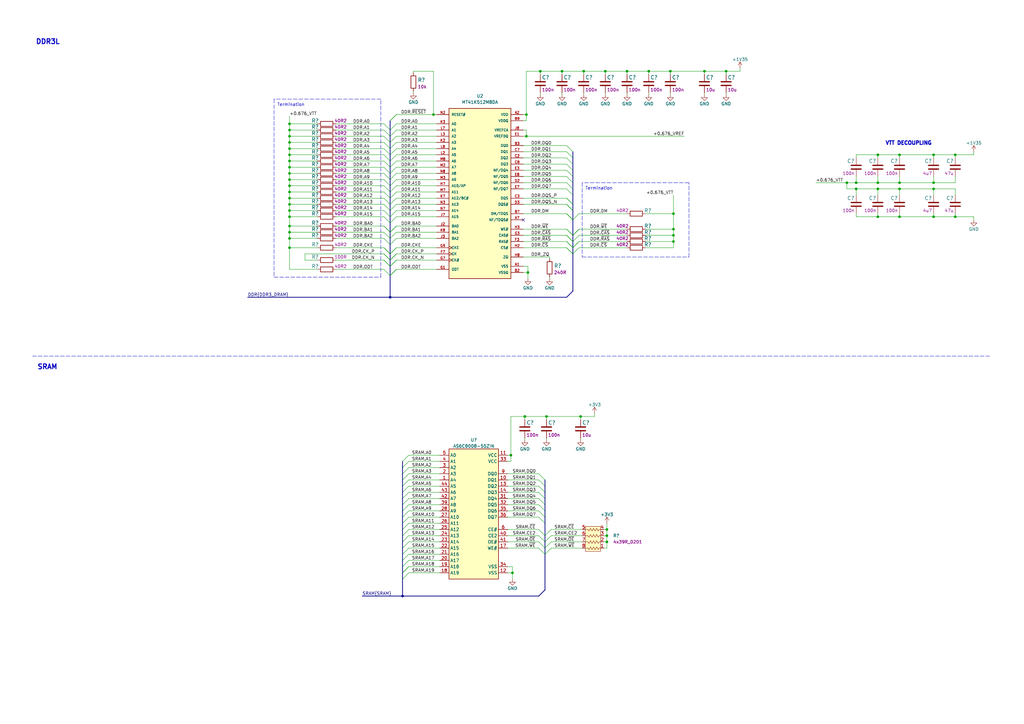
<source format=kicad_sch>
(kicad_sch (version 20211123) (generator eeschema)
  (paper "A3")
  (title_block (comment 1 "www.antmicro.com") (comment 2 "Antmicro Ltd"))
  (junction (at 160.02 121.92))
  (junction (at 391.795 63.5))
  (junction (at 276.225 99.06))
  (junction (at 382.905 88.9))
  (junction (at 118.745 78.74))
  (junction (at 118.745 92.71))
  (junction (at 239.395 29.21))
  (junction (at 266.065 29.21))
  (junction (at 238.125 170.815))
  (junction (at 221.615 29.21))
  (junction (at 274.955 29.21))
  (junction (at 351.155 77.47))
  (junction (at 118.745 66.04))
  (junction (at 248.92 219.71))
  (junction (at 368.935 88.9))
  (junction (at 118.745 71.12))
  (junction (at 118.745 76.2))
  (junction (at 224.155 170.815))
  (junction (at 276.225 96.52))
  (junction (at 118.745 50.8))
  (junction (at 391.795 88.9))
  (junction (at 347.345 74.93))
  (junction (at 360.045 77.47))
  (junction (at 209.55 186.69))
  (junction (at 368.935 74.93))
  (junction (at 368.935 63.5))
  (junction (at 276.225 87.63))
  (junction (at 177.8 46.99))
  (junction (at 118.745 55.88))
  (junction (at 118.745 53.34))
  (junction (at 351.155 74.93))
  (junction (at 118.745 83.82))
  (junction (at 215.265 170.815))
  (junction (at 276.225 93.98))
  (junction (at 215.9 55.88))
  (junction (at 165.1 244.475))
  (junction (at 382.905 63.5))
  (junction (at 118.745 101.6))
  (junction (at 360.045 74.93))
  (junction (at 118.745 81.28))
  (junction (at 297.815 29.21))
  (junction (at 248.92 222.25))
  (junction (at 118.745 97.79))
  (junction (at 382.905 74.93))
  (junction (at 118.745 63.5))
  (junction (at 210.185 234.95))
  (junction (at 288.925 29.21))
  (junction (at 118.745 60.96))
  (junction (at 248.92 217.17))
  (junction (at 360.045 88.9))
  (junction (at 118.745 58.42))
  (junction (at 118.745 88.9))
  (junction (at 368.935 77.47))
  (junction (at 215.9 46.99))
  (junction (at 216.535 111.76))
  (junction (at 248.285 29.21))
  (junction (at 118.745 68.58))
  (junction (at 118.745 73.66))
  (junction (at 360.045 63.5))
  (junction (at 257.175 29.21))
  (junction (at 230.505 29.21))
  (junction (at 118.745 95.25))
  (junction (at 382.905 77.47))
  (junction (at 118.745 86.36))
  (no_connect (at 214.63 90.17))
  (bus_entry (at 234.95 90.17) (size -2.54 -2.54))
  (bus_entry (at 165.1 189.23) (size 2.54 -2.54))
  (bus_entry (at 223.52 207.01) (size -2.54 -2.54))
  (bus_entry (at 162.56 55.88) (size -2.54 2.54))
  (bus_entry (at 162.56 95.25) (size -2.54 2.54))
  (bus_entry (at 237.49 99.06) (size -2.54 2.54))
  (bus_entry (at 223.52 224.79) (size 2.54 -2.54))
  (bus_entry (at 165.1 201.93) (size 2.54 -2.54))
  (bus_entry (at 165.1 207.01) (size 2.54 -2.54))
  (bus_entry (at 157.48 63.5) (size 2.54 2.54))
  (bus_entry (at 162.56 97.79) (size -2.54 2.54))
  (bus_entry (at 162.56 58.42) (size -2.54 2.54))
  (bus_entry (at 165.1 214.63) (size 2.54 -2.54))
  (bus_entry (at 223.52 222.25) (size 2.54 -2.54))
  (bus_entry (at 162.56 104.14) (size -2.54 2.54))
  (bus_entry (at 232.41 72.39) (size 2.54 2.54))
  (bus_entry (at 237.49 99.06) (size -2.54 2.54))
  (bus_entry (at 162.56 66.04) (size -2.54 2.54))
  (bus_entry (at 165.1 209.55) (size 2.54 -2.54))
  (bus_entry (at 157.48 106.68) (size 2.54 2.54))
  (bus_entry (at 232.41 69.85) (size 2.54 2.54))
  (bus_entry (at 165.1 227.33) (size 2.54 -2.54))
  (bus_entry (at 232.41 62.23) (size 2.54 2.54))
  (bus_entry (at 162.56 92.71) (size -2.54 2.54))
  (bus_entry (at 223.52 222.25) (size -2.54 -2.54))
  (bus_entry (at 157.48 95.25) (size 2.54 2.54))
  (bus_entry (at 223.52 209.55) (size -2.54 -2.54))
  (bus_entry (at 157.48 60.96) (size 2.54 2.54))
  (bus_entry (at 232.41 67.31) (size 2.54 2.54))
  (bus_entry (at 157.48 104.14) (size 2.54 2.54))
  (bus_entry (at 232.41 81.28) (size 2.54 2.54))
  (bus_entry (at 223.52 219.71) (size -2.54 -2.54))
  (bus_entry (at 232.41 96.52) (size 2.54 2.54))
  (bus_entry (at 162.56 106.68) (size -2.54 2.54))
  (bus_entry (at 157.48 83.82) (size 2.54 2.54))
  (bus_entry (at 162.56 50.8) (size -2.54 2.54))
  (bus_entry (at 157.48 92.71) (size 2.54 2.54))
  (bus_entry (at 165.1 212.09) (size 2.54 -2.54))
  (bus_entry (at 237.49 96.52) (size -2.54 2.54))
  (bus_entry (at 157.48 101.6) (size 2.54 2.54))
  (bus_entry (at 237.49 87.63) (size -2.54 2.54))
  (bus_entry (at 162.56 81.28) (size -2.54 2.54))
  (bus_entry (at 162.56 76.2) (size -2.54 2.54))
  (bus_entry (at 157.48 97.79) (size 2.54 2.54))
  (bus_entry (at 165.1 199.39) (size 2.54 -2.54))
  (bus_entry (at 223.52 199.39) (size -2.54 -2.54))
  (bus_entry (at 162.56 63.5) (size -2.54 2.54))
  (bus_entry (at 237.49 93.98) (size -2.54 2.54))
  (bus_entry (at 232.41 59.69) (size 2.54 2.54))
  (bus_entry (at 165.1 219.71) (size 2.54 -2.54))
  (bus_entry (at 232.41 93.98) (size 2.54 2.54))
  (bus_entry (at 223.52 204.47) (size -2.54 -2.54))
  (bus_entry (at 157.48 58.42) (size 2.54 2.54))
  (bus_entry (at 223.52 212.09) (size -2.54 -2.54))
  (bus_entry (at 162.56 83.82) (size -2.54 2.54))
  (bus_entry (at 157.48 86.36) (size 2.54 2.54))
  (bus_entry (at 157.48 106.68) (size 2.54 2.54))
  (bus_entry (at 157.48 66.04) (size 2.54 2.54))
  (bus_entry (at 223.52 201.93) (size -2.54 -2.54))
  (bus_entry (at 165.1 191.77) (size 2.54 -2.54))
  (bus_entry (at 157.48 104.14) (size 2.54 2.54))
  (bus_entry (at 237.49 101.6) (size -2.54 2.54))
  (bus_entry (at 157.48 71.12) (size 2.54 2.54))
  (bus_entry (at 232.41 83.82) (size 2.54 2.54))
  (bus_entry (at 162.56 110.49) (size -2.54 2.54))
  (bus_entry (at 162.56 71.12) (size -2.54 2.54))
  (bus_entry (at 162.56 53.34) (size -2.54 2.54))
  (bus_entry (at 232.41 87.63) (size 2.54 2.54))
  (bus_entry (at 223.52 196.85) (size -2.54 -2.54))
  (bus_entry (at 165.1 196.85) (size 2.54 -2.54))
  (bus_entry (at 157.48 92.71) (size 2.54 2.54))
  (bus_entry (at 165.1 232.41) (size 2.54 -2.54))
  (bus_entry (at 232.41 87.63) (size 2.54 2.54))
  (bus_entry (at 162.56 78.74) (size -2.54 2.54))
  (bus_entry (at 232.41 83.82) (size 2.54 2.54))
  (bus_entry (at 223.52 219.71) (size 2.54 -2.54))
  (bus_entry (at 162.56 110.49) (size -2.54 2.54))
  (bus_entry (at 157.48 78.74) (size 2.54 2.54))
  (bus_entry (at 165.1 237.49) (size 2.54 -2.54))
  (bus_entry (at 162.56 101.6) (size -2.54 2.54))
  (bus_entry (at 223.52 224.79) (size -2.54 -2.54))
  (bus_entry (at 162.56 88.9) (size -2.54 2.54))
  (bus_entry (at 165.1 234.95) (size 2.54 -2.54))
  (bus_entry (at 232.41 93.98) (size 2.54 2.54))
  (bus_entry (at 232.41 81.28) (size 2.54 2.54))
  (bus_entry (at 157.48 101.6) (size 2.54 2.54))
  (bus_entry (at 232.41 96.52) (size 2.54 2.54))
  (bus_entry (at 157.48 73.66) (size 2.54 2.54))
  (bus_entry (at 223.52 227.33) (size 2.54 -2.54))
  (bus_entry (at 162.56 46.99) (size -2.54 2.54))
  (bus_entry (at 162.56 60.96) (size -2.54 2.54))
  (bus_entry (at 157.48 76.2) (size 2.54 2.54))
  (bus_entry (at 232.41 101.6) (size 2.54 2.54))
  (bus_entry (at 162.56 104.14) (size -2.54 2.54))
  (bus_entry (at 157.48 81.28) (size 2.54 2.54))
  (bus_entry (at 223.52 227.33) (size -2.54 -2.54))
  (bus_entry (at 162.56 92.71) (size -2.54 2.54))
  (bus_entry (at 165.1 229.87) (size 2.54 -2.54))
  (bus_entry (at 162.56 106.68) (size -2.54 2.54))
  (bus_entry (at 165.1 217.17) (size 2.54 -2.54))
  (bus_entry (at 165.1 222.25) (size 2.54 -2.54))
  (bus_entry (at 162.56 73.66) (size -2.54 2.54))
  (bus_entry (at 165.1 224.79) (size 2.54 -2.54))
  (bus_entry (at 232.41 74.93) (size 2.54 2.54))
  (bus_entry (at 157.48 50.8) (size 2.54 2.54))
  (bus_entry (at 162.56 86.36) (size -2.54 2.54))
  (bus_entry (at 165.1 194.31) (size 2.54 -2.54))
  (bus_entry (at 157.48 110.49) (size 2.54 2.54))
  (bus_entry (at 157.48 53.34) (size 2.54 2.54))
  (bus_entry (at 165.1 234.95) (size 2.54 -2.54))
  (bus_entry (at 162.56 68.58) (size -2.54 2.54))
  (bus_entry (at 232.41 101.6) (size 2.54 2.54))
  (bus_entry (at 237.49 93.98) (size -2.54 2.54))
  (bus_entry (at 162.56 101.6) (size -2.54 2.54))
  (bus_entry (at 157.48 68.58) (size 2.54 2.54))
  (bus_entry (at 232.41 99.06) (size 2.54 2.54))
  (bus_entry (at 157.48 88.9) (size 2.54 2.54))
  (bus_entry (at 232.41 99.06) (size 2.54 2.54))
  (bus_entry (at 165.1 204.47) (size 2.54 -2.54))
  (bus_entry (at 223.52 214.63) (size -2.54 -2.54))
  (bus_entry (at 232.41 64.77) (size 2.54 2.54))
  (bus_entry (at 160.02 49.53) (size 2.54 -2.54))
  (bus_entry (at 157.48 55.88) (size 2.54 2.54))
  (bus_entry (at 232.41 77.47) (size 2.54 2.54))
  (wire (pts (xy 162.56 97.79) (xy 179.07 97.79)))
  (wire (pts (xy 225.425 105.41) (xy 225.425 106.045)))
  (bus (pts (xy 160.02 106.68) (xy 160.02 109.22)))
  (wire (pts (xy 230.505 29.21) (xy 230.505 30.48)))
  (wire (pts (xy 220.98 222.25) (xy 208.28 222.25)))
  (bus (pts (xy 223.52 227.33) (xy 223.52 241.935)))
  (wire (pts (xy 167.64 207.01) (xy 180.34 207.01)))
  (wire (pts (xy 118.745 97.79) (xy 130.175 97.79)))
  (bus (pts (xy 165.1 194.31) (xy 165.1 191.77)))
  (polyline (pts (xy 238.76 74.93) (xy 238.76 105.41)))
  (wire (pts (xy 391.795 72.39) (xy 391.795 74.93)))
  (wire (pts (xy 214.63 99.06) (xy 232.41 99.06)))
  (wire (pts (xy 137.795 81.28) (xy 157.48 81.28)))
  (wire (pts (xy 209.55 186.69) (xy 209.55 170.815)))
  (bus (pts (xy 165.1 232.41) (xy 165.1 234.95)))
  (wire (pts (xy 232.41 64.77) (xy 214.63 64.77)))
  (wire (pts (xy 214.63 83.82) (xy 232.41 83.82)))
  (wire (pts (xy 215.9 55.88) (xy 280.67 55.88)))
  (wire (pts (xy 137.795 68.58) (xy 157.48 68.58)))
  (wire (pts (xy 248.92 217.17) (xy 248.92 219.71)))
  (wire (pts (xy 208.28 186.69) (xy 209.55 186.69)))
  (polyline (pts (xy 156.21 113.665) (xy 156.21 40.64)))
  (wire (pts (xy 118.745 60.96) (xy 118.745 63.5)))
  (wire (pts (xy 360.045 74.93) (xy 351.155 74.93)))
  (wire (pts (xy 226.06 217.17) (xy 238.76 217.17)))
  (wire (pts (xy 368.935 72.39) (xy 368.935 74.93)))
  (wire (pts (xy 118.745 92.71) (xy 118.745 95.25)))
  (wire (pts (xy 118.745 78.74) (xy 130.175 78.74)))
  (bus (pts (xy 165.1 214.63) (xy 165.1 212.09)))
  (wire (pts (xy 118.745 71.12) (xy 130.175 71.12)))
  (bus (pts (xy 160.02 97.79) (xy 160.02 100.33)))
  (wire (pts (xy 177.8 29.21) (xy 169.545 29.21)))
  (wire (pts (xy 303.53 29.21) (xy 303.53 27.94)))
  (wire (pts (xy 162.56 104.14) (xy 179.07 104.14)))
  (bus (pts (xy 165.1 191.77) (xy 165.1 189.23)))
  (bus (pts (xy 234.95 67.31) (xy 234.95 69.85)))
  (wire (pts (xy 247.65 224.79) (xy 248.92 224.79)))
  (bus (pts (xy 160.02 113.03) (xy 160.02 121.92)))
  (wire (pts (xy 276.225 93.98) (xy 276.225 96.52)))
  (wire (pts (xy 351.155 63.5) (xy 351.155 64.77)))
  (bus (pts (xy 223.52 196.85) (xy 223.52 199.39)))
  (bus (pts (xy 148.59 244.475) (xy 165.1 244.475)))
  (wire (pts (xy 137.795 55.88) (xy 157.48 55.88)))
  (wire (pts (xy 118.745 50.8) (xy 118.745 53.34)))
  (wire (pts (xy 360.045 63.5) (xy 360.045 64.77)))
  (wire (pts (xy 247.65 219.71) (xy 248.92 219.71)))
  (wire (pts (xy 167.64 234.95) (xy 180.34 234.95)))
  (wire (pts (xy 137.795 101.6) (xy 157.48 101.6)))
  (wire (pts (xy 167.64 196.85) (xy 180.34 196.85)))
  (bus (pts (xy 165.1 232.41) (xy 165.1 229.87)))
  (bus (pts (xy 160.02 86.36) (xy 160.02 88.9)))
  (wire (pts (xy 232.41 72.39) (xy 214.63 72.39)))
  (wire (pts (xy 257.175 38.1) (xy 257.175 38.735)))
  (bus (pts (xy 165.1 244.475) (xy 220.98 244.475)))
  (wire (pts (xy 391.795 77.47) (xy 391.795 80.01)))
  (wire (pts (xy 118.745 83.82) (xy 118.745 86.36)))
  (wire (pts (xy 118.745 55.88) (xy 118.745 58.42)))
  (wire (pts (xy 220.98 201.93) (xy 208.28 201.93)))
  (wire (pts (xy 118.745 53.34) (xy 130.175 53.34)))
  (wire (pts (xy 220.98 219.71) (xy 208.28 219.71)))
  (polyline (pts (xy 238.76 105.41) (xy 282.575 105.41)))
  (wire (pts (xy 162.56 88.9) (xy 179.07 88.9)))
  (wire (pts (xy 118.745 88.9) (xy 118.745 92.71)))
  (bus (pts (xy 160.02 49.53) (xy 160.02 53.34)))
  (wire (pts (xy 125.095 106.68) (xy 130.175 106.68)))
  (wire (pts (xy 216.535 111.76) (xy 216.535 114.3)))
  (wire (pts (xy 167.64 217.17) (xy 180.34 217.17)))
  (wire (pts (xy 162.56 78.74) (xy 179.07 78.74)))
  (wire (pts (xy 162.56 73.66) (xy 179.07 73.66)))
  (bus (pts (xy 160.02 100.33) (xy 160.02 104.14)))
  (wire (pts (xy 162.56 92.71) (xy 179.07 92.71)))
  (wire (pts (xy 360.045 72.39) (xy 360.045 74.93)))
  (bus (pts (xy 234.95 90.17) (xy 234.95 96.52)))
  (wire (pts (xy 226.06 222.25) (xy 238.76 222.25)))
  (wire (pts (xy 248.92 219.71) (xy 248.92 222.25)))
  (wire (pts (xy 214.63 111.76) (xy 216.535 111.76)))
  (wire (pts (xy 360.045 87.63) (xy 360.045 88.9)))
  (wire (pts (xy 118.745 58.42) (xy 130.175 58.42)))
  (wire (pts (xy 209.55 189.23) (xy 209.55 186.69)))
  (wire (pts (xy 167.64 212.09) (xy 180.34 212.09)))
  (wire (pts (xy 137.795 66.04) (xy 157.48 66.04)))
  (wire (pts (xy 167.64 224.79) (xy 180.34 224.79)))
  (wire (pts (xy 125.095 104.14) (xy 157.48 104.14)))
  (wire (pts (xy 351.155 77.47) (xy 351.155 80.01)))
  (bus (pts (xy 234.95 104.14) (xy 234.95 119.38)))
  (wire (pts (xy 224.155 170.815) (xy 224.155 172.085)))
  (wire (pts (xy 137.795 92.71) (xy 157.48 92.71)))
  (wire (pts (xy 167.64 191.77) (xy 180.34 191.77)))
  (wire (pts (xy 162.56 101.6) (xy 179.07 101.6)))
  (wire (pts (xy 399.415 63.5) (xy 391.795 63.5)))
  (bus (pts (xy 101.6 121.92) (xy 160.02 121.92)))
  (bus (pts (xy 165.1 204.47) (xy 165.1 201.93)))
  (wire (pts (xy 210.185 232.41) (xy 210.185 234.95)))
  (bus (pts (xy 234.95 96.52) (xy 234.95 99.06)))
  (polyline (pts (xy 282.575 105.41) (xy 282.575 74.93)))
  (bus (pts (xy 223.52 201.93) (xy 223.52 204.47)))
  (wire (pts (xy 220.98 212.09) (xy 208.28 212.09)))
  (wire (pts (xy 391.795 63.5) (xy 391.795 64.77)))
  (bus (pts (xy 234.95 83.82) (xy 234.95 86.36)))
  (wire (pts (xy 220.98 194.31) (xy 208.28 194.31)))
  (bus (pts (xy 234.95 69.85) (xy 234.95 72.39)))
  (wire (pts (xy 248.285 29.21) (xy 248.285 30.48)))
  (wire (pts (xy 266.065 38.1) (xy 266.065 38.735)))
  (bus (pts (xy 234.95 86.36) (xy 234.95 90.17)))
  (wire (pts (xy 209.55 170.815) (xy 215.265 170.815)))
  (wire (pts (xy 167.64 204.47) (xy 180.34 204.47)))
  (wire (pts (xy 167.64 222.25) (xy 180.34 222.25)))
  (wire (pts (xy 137.795 88.9) (xy 157.48 88.9)))
  (wire (pts (xy 238.125 179.705) (xy 238.125 180.34)))
  (wire (pts (xy 232.41 69.85) (xy 214.63 69.85)))
  (bus (pts (xy 165.1 229.87) (xy 165.1 227.33)))
  (bus (pts (xy 160.02 81.28) (xy 160.02 83.82)))
  (wire (pts (xy 137.795 71.12) (xy 157.48 71.12)))
  (wire (pts (xy 266.065 29.21) (xy 274.955 29.21)))
  (bus (pts (xy 165.1 234.95) (xy 165.1 237.49)))
  (wire (pts (xy 118.745 55.88) (xy 130.175 55.88)))
  (wire (pts (xy 137.795 106.68) (xy 157.48 106.68)))
  (wire (pts (xy 162.56 106.68) (xy 179.07 106.68)))
  (bus (pts (xy 160.02 76.2) (xy 160.02 78.74)))
  (bus (pts (xy 223.52 204.47) (xy 223.52 207.01)))
  (wire (pts (xy 232.41 62.23) (xy 214.63 62.23)))
  (wire (pts (xy 118.745 86.36) (xy 130.175 86.36)))
  (wire (pts (xy 368.935 87.63) (xy 368.935 88.9)))
  (wire (pts (xy 382.905 72.39) (xy 382.905 74.93)))
  (wire (pts (xy 214.63 87.63) (xy 232.41 87.63)))
  (wire (pts (xy 399.415 62.23) (xy 399.415 63.5)))
  (wire (pts (xy 214.63 109.22) (xy 216.535 109.22)))
  (wire (pts (xy 238.125 170.815) (xy 238.125 172.085)))
  (wire (pts (xy 237.49 101.6) (xy 257.175 101.6)))
  (bus (pts (xy 160.02 91.44) (xy 160.02 95.25)))
  (wire (pts (xy 125.095 106.68) (xy 125.095 104.14)))
  (wire (pts (xy 368.935 77.47) (xy 360.045 77.47)))
  (wire (pts (xy 257.175 29.21) (xy 257.175 30.48)))
  (wire (pts (xy 118.745 97.79) (xy 118.745 101.6)))
  (wire (pts (xy 239.395 29.21) (xy 239.395 30.48)))
  (bus (pts (xy 234.95 99.06) (xy 234.95 101.6)))
  (bus (pts (xy 234.95 119.38) (xy 232.41 121.92)))
  (wire (pts (xy 167.64 209.55) (xy 180.34 209.55)))
  (bus (pts (xy 165.1 222.25) (xy 165.1 219.71)))
  (bus (pts (xy 160.02 53.34) (xy 160.02 55.88)))
  (wire (pts (xy 220.98 209.55) (xy 208.28 209.55)))
  (wire (pts (xy 232.41 67.31) (xy 214.63 67.31)))
  (bus (pts (xy 234.95 74.93) (xy 234.95 77.47)))
  (wire (pts (xy 360.045 63.5) (xy 351.155 63.5)))
  (wire (pts (xy 208.28 234.95) (xy 210.185 234.95)))
  (wire (pts (xy 118.745 86.36) (xy 118.745 88.9)))
  (wire (pts (xy 220.98 204.47) (xy 208.28 204.47)))
  (wire (pts (xy 137.795 78.74) (xy 157.48 78.74)))
  (polyline (pts (xy 156.21 40.64) (xy 112.395 40.64)))
  (bus (pts (xy 160.02 55.88) (xy 160.02 58.42)))
  (wire (pts (xy 137.795 60.96) (xy 157.48 60.96)))
  (wire (pts (xy 118.745 81.28) (xy 118.745 83.82)))
  (wire (pts (xy 162.56 60.96) (xy 179.07 60.96)))
  (bus (pts (xy 234.95 72.39) (xy 234.95 74.93)))
  (wire (pts (xy 214.63 93.98) (xy 232.41 93.98)))
  (wire (pts (xy 118.745 47.625) (xy 118.745 50.8)))
  (wire (pts (xy 167.64 186.69) (xy 180.34 186.69)))
  (wire (pts (xy 118.745 68.58) (xy 130.175 68.58)))
  (bus (pts (xy 160.02 66.04) (xy 160.02 68.58)))
  (wire (pts (xy 118.745 81.28) (xy 130.175 81.28)))
  (wire (pts (xy 382.905 63.5) (xy 382.905 64.77)))
  (wire (pts (xy 266.065 29.21) (xy 266.065 30.48)))
  (wire (pts (xy 297.815 29.21) (xy 297.815 30.48)))
  (wire (pts (xy 118.745 76.2) (xy 130.175 76.2)))
  (wire (pts (xy 162.56 50.8) (xy 179.07 50.8)))
  (wire (pts (xy 214.63 96.52) (xy 232.41 96.52)))
  (bus (pts (xy 223.52 219.71) (xy 223.52 222.25)))
  (bus (pts (xy 165.1 209.55) (xy 165.1 207.01)))
  (wire (pts (xy 288.925 29.21) (xy 288.925 30.48)))
  (wire (pts (xy 276.225 80.01) (xy 276.225 87.63)))
  (wire (pts (xy 162.56 46.99) (xy 177.8 46.99)))
  (bus (pts (xy 165.1 201.93) (xy 165.1 199.39)))
  (polyline (pts (xy 112.395 113.665) (xy 156.21 113.665)))
  (wire (pts (xy 264.795 87.63) (xy 276.225 87.63)))
  (wire (pts (xy 351.155 77.47) (xy 347.345 77.47)))
  (polyline (pts (xy 13.335 146.05) (xy 406.4 146.05)))
  (wire (pts (xy 382.905 77.47) (xy 368.935 77.47)))
  (bus (pts (xy 223.52 214.63) (xy 223.52 219.71)))
  (bus (pts (xy 160.02 121.92) (xy 232.41 121.92)))
  (wire (pts (xy 167.64 229.87) (xy 180.34 229.87)))
  (wire (pts (xy 230.505 38.1) (xy 230.505 38.735)))
  (wire (pts (xy 248.92 222.25) (xy 248.92 224.79)))
  (wire (pts (xy 167.64 199.39) (xy 180.34 199.39)))
  (wire (pts (xy 214.63 46.99) (xy 215.9 46.99)))
  (bus (pts (xy 234.95 77.47) (xy 234.95 80.01)))
  (wire (pts (xy 167.64 232.41) (xy 180.34 232.41)))
  (wire (pts (xy 391.795 88.9) (xy 382.905 88.9)))
  (wire (pts (xy 276.225 93.98) (xy 264.795 93.98)))
  (wire (pts (xy 237.49 93.98) (xy 257.175 93.98)))
  (wire (pts (xy 118.745 66.04) (xy 118.745 68.58)))
  (wire (pts (xy 360.045 88.9) (xy 351.155 88.9)))
  (bus (pts (xy 234.95 64.77) (xy 234.95 67.31)))
  (wire (pts (xy 274.955 38.1) (xy 274.955 38.735)))
  (bus (pts (xy 160.02 60.96) (xy 160.02 63.5)))
  (wire (pts (xy 391.795 87.63) (xy 391.795 88.9)))
  (wire (pts (xy 208.28 189.23) (xy 209.55 189.23)))
  (wire (pts (xy 351.155 74.93) (xy 347.345 74.93)))
  (bus (pts (xy 234.95 101.6) (xy 234.95 104.14)))
  (wire (pts (xy 215.265 179.705) (xy 215.265 180.34)))
  (wire (pts (xy 162.56 110.49) (xy 179.07 110.49)))
  (wire (pts (xy 382.905 74.93) (xy 368.935 74.93)))
  (wire (pts (xy 237.49 99.06) (xy 257.175 99.06)))
  (wire (pts (xy 118.745 73.66) (xy 130.175 73.66)))
  (wire (pts (xy 215.265 170.815) (xy 215.265 172.085)))
  (bus (pts (xy 160.02 63.5) (xy 160.02 66.04)))
  (wire (pts (xy 239.395 29.21) (xy 248.285 29.21)))
  (wire (pts (xy 162.56 71.12) (xy 179.07 71.12)))
  (wire (pts (xy 118.745 95.25) (xy 130.175 95.25)))
  (wire (pts (xy 118.745 76.2) (xy 118.745 78.74)))
  (wire (pts (xy 248.285 38.1) (xy 248.285 38.735)))
  (wire (pts (xy 215.9 29.21) (xy 221.615 29.21)))
  (wire (pts (xy 137.795 53.34) (xy 157.48 53.34)))
  (bus (pts (xy 165.1 227.33) (xy 165.1 224.79)))
  (wire (pts (xy 360.045 77.47) (xy 351.155 77.47)))
  (wire (pts (xy 239.395 38.1) (xy 239.395 38.735)))
  (wire (pts (xy 351.155 87.63) (xy 351.155 88.9)))
  (polyline (pts (xy 282.575 74.93) (xy 238.76 74.93)))
  (wire (pts (xy 257.175 29.21) (xy 266.065 29.21)))
  (wire (pts (xy 162.56 53.34) (xy 179.07 53.34)))
  (wire (pts (xy 391.795 77.47) (xy 382.905 77.47)))
  (wire (pts (xy 391.795 63.5) (xy 382.905 63.5)))
  (wire (pts (xy 368.935 63.5) (xy 360.045 63.5)))
  (wire (pts (xy 224.155 179.705) (xy 224.155 180.34)))
  (wire (pts (xy 162.56 58.42) (xy 179.07 58.42)))
  (wire (pts (xy 214.63 101.6) (xy 232.41 101.6)))
  (bus (pts (xy 160.02 73.66) (xy 160.02 76.2)))
  (bus (pts (xy 165.1 219.71) (xy 165.1 217.17)))
  (wire (pts (xy 118.745 83.82) (xy 130.175 83.82)))
  (wire (pts (xy 216.535 109.22) (xy 216.535 111.76)))
  (wire (pts (xy 221.615 38.1) (xy 221.615 38.735)))
  (wire (pts (xy 237.49 87.63) (xy 257.175 87.63)))
  (wire (pts (xy 382.905 63.5) (xy 368.935 63.5)))
  (wire (pts (xy 220.98 207.01) (xy 208.28 207.01)))
  (wire (pts (xy 169.545 29.21) (xy 169.545 29.845)))
  (wire (pts (xy 347.345 77.47) (xy 347.345 74.93)))
  (bus (pts (xy 160.02 88.9) (xy 160.02 91.44)))
  (wire (pts (xy 169.545 37.465) (xy 169.545 38.1)))
  (wire (pts (xy 226.06 224.79) (xy 238.76 224.79)))
  (bus (pts (xy 165.1 217.17) (xy 165.1 214.63)))
  (wire (pts (xy 368.935 77.47) (xy 368.935 80.01)))
  (wire (pts (xy 347.345 74.93) (xy 334.645 74.93)))
  (wire (pts (xy 118.745 53.34) (xy 118.745 55.88)))
  (wire (pts (xy 391.795 74.93) (xy 382.905 74.93)))
  (wire (pts (xy 274.955 29.21) (xy 288.925 29.21)))
  (wire (pts (xy 167.64 219.71) (xy 180.34 219.71)))
  (wire (pts (xy 214.63 55.88) (xy 215.9 55.88)))
  (wire (pts (xy 167.64 201.93) (xy 180.34 201.93)))
  (bus (pts (xy 223.52 207.01) (xy 223.52 209.55)))
  (bus (pts (xy 165.1 199.39) (xy 165.1 196.85)))
  (bus (pts (xy 223.52 222.25) (xy 223.52 224.79)))
  (wire (pts (xy 232.41 59.69) (xy 214.63 59.69)))
  (wire (pts (xy 137.795 76.2) (xy 157.48 76.2)))
  (wire (pts (xy 118.745 78.74) (xy 118.745 81.28)))
  (bus (pts (xy 223.52 212.09) (xy 223.52 214.63)))
  (wire (pts (xy 368.935 88.9) (xy 360.045 88.9)))
  (wire (pts (xy 288.925 29.21) (xy 297.815 29.21)))
  (bus (pts (xy 165.1 224.79) (xy 165.1 222.25)))
  (wire (pts (xy 118.745 63.5) (xy 130.175 63.5)))
  (wire (pts (xy 214.63 81.28) (xy 232.41 81.28)))
  (wire (pts (xy 220.98 224.79) (xy 208.28 224.79)))
  (wire (pts (xy 276.225 87.63) (xy 276.225 93.98)))
  (wire (pts (xy 232.41 74.93) (xy 214.63 74.93)))
  (polyline (pts (xy 112.395 40.64) (xy 112.395 113.665)))
  (wire (pts (xy 226.06 219.71) (xy 238.76 219.71)))
  (bus (pts (xy 165.1 212.09) (xy 165.1 209.55)))
  (wire (pts (xy 215.9 49.53) (xy 215.9 46.99)))
  (wire (pts (xy 276.225 99.06) (xy 276.225 101.6)))
  (wire (pts (xy 118.745 58.42) (xy 118.745 60.96)))
  (wire (pts (xy 162.56 63.5) (xy 179.07 63.5)))
  (wire (pts (xy 137.795 63.5) (xy 157.48 63.5)))
  (wire (pts (xy 118.745 63.5) (xy 118.745 66.04)))
  (wire (pts (xy 162.56 55.88) (xy 179.07 55.88)))
  (wire (pts (xy 382.905 88.9) (xy 368.935 88.9)))
  (wire (pts (xy 167.64 189.23) (xy 180.34 189.23)))
  (wire (pts (xy 224.155 170.815) (xy 238.125 170.815)))
  (wire (pts (xy 162.56 86.36) (xy 179.07 86.36)))
  (wire (pts (xy 288.925 38.1) (xy 288.925 38.735)))
  (wire (pts (xy 118.745 50.8) (xy 130.175 50.8)))
  (bus (pts (xy 160.02 109.22) (xy 160.02 113.03)))
  (bus (pts (xy 160.02 95.25) (xy 160.02 97.79)))
  (wire (pts (xy 137.795 83.82) (xy 157.48 83.82)))
  (wire (pts (xy 118.745 66.04) (xy 130.175 66.04)))
  (wire (pts (xy 221.615 29.21) (xy 230.505 29.21)))
  (bus (pts (xy 160.02 68.58) (xy 160.02 71.12)))
  (wire (pts (xy 118.745 68.58) (xy 118.745 71.12)))
  (wire (pts (xy 368.935 74.93) (xy 360.045 74.93)))
  (wire (pts (xy 162.56 83.82) (xy 179.07 83.82)))
  (wire (pts (xy 238.125 170.815) (xy 243.84 170.815)))
  (wire (pts (xy 214.63 49.53) (xy 215.9 49.53)))
  (bus (pts (xy 223.52 241.935) (xy 220.98 244.475)))
  (wire (pts (xy 221.615 29.21) (xy 221.615 30.48)))
  (wire (pts (xy 167.64 214.63) (xy 180.34 214.63)))
  (wire (pts (xy 399.415 88.9) (xy 391.795 88.9)))
  (wire (pts (xy 399.415 88.9) (xy 399.415 90.17)))
  (bus (pts (xy 223.52 224.79) (xy 223.52 227.33)))
  (wire (pts (xy 276.225 96.52) (xy 276.225 99.06)))
  (wire (pts (xy 137.795 97.79) (xy 157.48 97.79)))
  (wire (pts (xy 210.185 234.95) (xy 210.185 237.49)))
  (wire (pts (xy 297.815 38.1) (xy 297.815 38.735)))
  (wire (pts (xy 137.795 110.49) (xy 157.48 110.49)))
  (wire (pts (xy 214.63 105.41) (xy 225.425 105.41)))
  (wire (pts (xy 137.795 86.36) (xy 157.48 86.36)))
  (bus (pts (xy 223.52 199.39) (xy 223.52 201.93)))
  (wire (pts (xy 247.65 217.17) (xy 248.92 217.17)))
  (wire (pts (xy 237.49 96.52) (xy 257.175 96.52)))
  (wire (pts (xy 225.425 113.665) (xy 225.425 114.3)))
  (wire (pts (xy 360.045 77.47) (xy 360.045 80.01)))
  (wire (pts (xy 137.795 50.8) (xy 157.48 50.8)))
  (wire (pts (xy 118.745 95.25) (xy 118.745 97.79)))
  (wire (pts (xy 220.98 217.17) (xy 208.28 217.17)))
  (wire (pts (xy 118.745 101.6) (xy 118.745 110.49)))
  (bus (pts (xy 223.52 209.55) (xy 223.52 212.09)))
  (wire (pts (xy 177.8 46.99) (xy 177.8 29.21)))
  (bus (pts (xy 165.1 196.85) (xy 165.1 194.31)))
  (wire (pts (xy 162.56 81.28) (xy 179.07 81.28)))
  (bus (pts (xy 160.02 83.82) (xy 160.02 86.36)))
  (wire (pts (xy 208.28 232.41) (xy 210.185 232.41)))
  (wire (pts (xy 137.795 95.25) (xy 157.48 95.25)))
  (wire (pts (xy 137.795 73.66) (xy 157.48 73.66)))
  (wire (pts (xy 220.98 199.39) (xy 208.28 199.39)))
  (wire (pts (xy 274.955 29.21) (xy 274.955 30.48)))
  (wire (pts (xy 382.905 77.47) (xy 382.905 80.01)))
  (bus (pts (xy 165.1 207.01) (xy 165.1 204.47)))
  (wire (pts (xy 276.225 99.06) (xy 264.795 99.06)))
  (bus (pts (xy 160.02 78.74) (xy 160.02 81.28)))
  (bus (pts (xy 160.02 104.14) (xy 160.02 106.68)))
  (wire (pts (xy 368.935 63.5) (xy 368.935 64.77)))
  (wire (pts (xy 230.505 29.21) (xy 239.395 29.21)))
  (bus (pts (xy 165.1 237.49) (xy 165.1 244.475)))
  (wire (pts (xy 276.225 101.6) (xy 264.795 101.6)))
  (bus (pts (xy 160.02 58.42) (xy 160.02 60.96)))
  (wire (pts (xy 248.285 29.21) (xy 257.175 29.21)))
  (wire (pts (xy 247.65 222.25) (xy 248.92 222.25)))
  (wire (pts (xy 232.41 77.47) (xy 214.63 77.47)))
  (wire (pts (xy 118.745 92.71) (xy 130.175 92.71)))
  (wire (pts (xy 167.64 227.33) (xy 180.34 227.33)))
  (wire (pts (xy 215.265 170.815) (xy 224.155 170.815)))
  (wire (pts (xy 162.56 76.2) (xy 179.07 76.2)))
  (wire (pts (xy 243.84 170.815) (xy 243.84 169.545)))
  (wire (pts (xy 382.905 87.63) (xy 382.905 88.9)))
  (wire (pts (xy 118.745 73.66) (xy 118.745 76.2)))
  (wire (pts (xy 118.745 110.49) (xy 130.175 110.49)))
  (wire (pts (xy 118.745 88.9) (xy 130.175 88.9)))
  (wire (pts (xy 118.745 101.6) (xy 130.175 101.6)))
  (wire (pts (xy 167.64 194.31) (xy 180.34 194.31)))
  (wire (pts (xy 215.9 55.88) (xy 215.9 53.34)))
  (wire (pts (xy 177.8 46.99) (xy 179.07 46.99)))
  (wire (pts (xy 215.9 46.99) (xy 215.9 29.21)))
  (wire (pts (xy 162.56 68.58) (xy 179.07 68.58)))
  (wire (pts (xy 297.815 29.21) (xy 303.53 29.21)))
  (wire (pts (xy 118.745 60.96) (xy 130.175 60.96)))
  (wire (pts (xy 162.56 95.25) (xy 179.07 95.25)))
  (wire (pts (xy 162.56 66.04) (xy 179.07 66.04)))
  (bus (pts (xy 234.95 80.01) (xy 234.95 83.82)))
  (wire (pts (xy 351.155 72.39) (xy 351.155 74.93)))
  (wire (pts (xy 248.92 214.63) (xy 248.92 217.17)))
  (wire (pts (xy 118.745 71.12) (xy 118.745 73.66)))
  (wire (pts (xy 137.795 58.42) (xy 157.48 58.42)))
  (bus (pts (xy 234.95 62.23) (xy 234.95 64.77)))
  (wire (pts (xy 220.98 196.85) (xy 208.28 196.85)))
  (wire (pts (xy 276.225 96.52) (xy 264.795 96.52)))
  (wire (pts (xy 215.9 53.34) (xy 214.63 53.34)))
  (bus (pts (xy 160.02 71.12) (xy 160.02 73.66)))
  (text "DDR3L" (at 14.605 18.415 0) (effects (font (size 2 2) (thickness 0.4) bold) (justify left bottom)))
  (text "Termination" (at 240.03 78.105 0) (effects (font (size 1.27 1.27)) (justify left bottom)))
  (text "VTT DECOUPLING" (at 382.27 59.69 180) (effects (font (size 1.5 1.5) (thickness 0.4) bold) (justify right bottom)))
  (text "SRAM" (at 15.24 151.765 0) (effects (font (size 2 2) (thickness 0.4) bold) (justify left bottom)))
  (text "Termination" (at 113.665 43.815 0) (effects (font (size 1.27 1.27)) (justify left bottom)))
  (label "DDR.A15" (at 164.465 88.9 0))
  (label "SRAM.A12" (at 168.91 217.17 0))
  (label "DDR.~{WE}" (at 241.935 93.98 0))
  (label "DDR.A7" (at 164.465 68.58 0))
  (label "+0.676_VTT" (at 276.225 80.01 180))
  (label "DDR.DQ3" (at 217.805 67.31 0))
  (label "DDR.A2" (at 144.78 55.88 0))
  (label "DDR.A12" (at 164.465 81.28 0))
  (label "DDR.A4" (at 164.465 60.96 0))
  (label "DDR.A7" (at 144.78 68.58 0))
  (label "DDR.A1" (at 144.78 53.34 0))
  (label "DDR.BA1" (at 164.465 95.25 0))
  (label "SRAM.A4" (at 168.91 196.85 0))
  (label "SRAM.A0" (at 168.91 186.69 0))
  (label "DDR.DQ5" (at 217.805 72.39 0))
  (label "SRAM.A18" (at 168.91 232.41 0))
  (label "SRAM.DQ5" (at 210.185 207.01 0))
  (label "DDR.A11" (at 144.78 78.74 0))
  (label "DDR.DQS_P" (at 217.805 81.28 0))
  (label "DDR.~{CS}" (at 241.935 101.6 0))
  (label "SRAM.~{WE}" (at 227.33 224.79 0))
  (label "DDR.A0" (at 144.78 50.8 0))
  (label "SRAM.A14" (at 168.91 222.25 0))
  (label "DDR.A13" (at 144.78 83.82 0))
  (label "SRAM.~{CE}" (at 227.33 217.17 0))
  (label "SRAM.CE2" (at 227.33 219.71 0))
  (label "DDR.A12" (at 144.78 81.28 0))
  (label "SRAM.A9" (at 168.91 209.55 0))
  (label "SRAM.A10" (at 168.91 212.09 0))
  (label "DDR.CKE" (at 164.465 101.6 0))
  (label "DDR.A14" (at 164.465 86.36 0))
  (label "SRAM.A6" (at 168.91 201.93 0))
  (label "DDR.BA2" (at 144.78 97.79 0))
  (label "DDR.A8" (at 144.78 71.12 0))
  (label "SRAM.A11" (at 168.91 214.63 0))
  (label "DDR.BA1" (at 144.78 95.25 0))
  (label "DDR.CK_N" (at 164.465 106.68 0))
  (label "DDR.DQ7" (at 217.805 77.47 0))
  (label "DDR.A11" (at 164.465 78.74 0))
  (label "DDR.A5" (at 144.78 63.5 0))
  (label "SRAM.~{OE}" (at 219.71 222.25 180))
  (label "SRAM.~{OE}" (at 227.33 222.25 0))
  (label "DDR.~{CAS}" (at 241.935 96.52 0))
  (label "DDR.~{RESET}" (at 164.465 46.99 0))
  (label "SRAM.DQ7" (at 210.185 212.09 0))
  (label "DDR.A14" (at 144.78 86.36 0))
  (label "SRAM.A5" (at 168.91 199.39 0))
  (label "SRAM.A7" (at 168.91 204.47 0))
  (label "SRAM{SRAM}" (at 148.59 244.475 0))
  (label "DDR.~{WE}" (at 217.805 93.98 0))
  (label "DDR.CK_N" (at 153.67 106.68 180))
  (label "DDR.ODT" (at 144.78 110.49 0))
  (label "DDR.DQS_N" (at 217.805 83.82 0))
  (label "DDR.A10" (at 164.465 76.2 0))
  (label "SRAM.DQ2" (at 210.185 199.39 0))
  (label "DDR.A3" (at 164.465 58.42 0))
  (label "DDR.A10" (at 144.78 76.2 0))
  (label "DDR.A0" (at 164.465 50.8 0))
  (label "DDR.BA0" (at 144.78 92.71 0))
  (label "+0.676_VTT" (at 334.645 74.93 0))
  (label "SRAM.~{WE}" (at 219.71 224.79 180))
  (label "DDR{DDR3_DRAM}" (at 101.6 121.92 0))
  (label "DDR.DM" (at 217.805 87.63 0))
  (label "DDR.CKE" (at 144.78 101.6 0))
  (label "DDR.A6" (at 144.78 66.04 0))
  (label "SRAM.A16" (at 168.91 227.33 0))
  (label "DDR.A2" (at 164.465 55.88 0))
  (label "SRAM.A15" (at 168.91 224.79 0))
  (label "SRAM.A8" (at 168.91 207.01 0))
  (label "+0.676_VTT" (at 118.745 47.625 0))
  (label "DDR.~{CS}" (at 217.805 101.6 0))
  (label "DDR.BA2" (at 164.465 97.79 0))
  (label "SRAM.~{CE}" (at 219.71 217.17 180))
  (label "DDR.CK_P" (at 164.465 104.14 0))
  (label "DDR.A9" (at 164.465 73.66 0))
  (label "SRAM.A17" (at 168.91 229.87 0))
  (label "SRAM.A13" (at 168.91 219.71 0))
  (label "DDR.A3" (at 144.78 58.42 0))
  (label "SRAM.DQ4" (at 210.185 204.47 0))
  (label "DDR.DM" (at 241.935 87.63 0))
  (label "DDR.DQ0" (at 217.805 59.69 0))
  (label "DDR.BA0" (at 164.465 92.71 0))
  (label "DDR.DQ2" (at 217.805 64.77 0))
  (label "DDR_ZQ" (at 217.805 105.41 0))
  (label "DDR.A9" (at 144.78 73.66 0))
  (label "SRAM.DQ0" (at 210.185 194.31 0))
  (label "DDR.DQ4" (at 217.805 69.85 0))
  (label "SRAM.A19" (at 168.91 234.95 0))
  (label "DDR.CK_P" (at 153.67 104.14 180))
  (label "SRAM.CE2" (at 219.71 219.71 180))
  (label "DDR.A13" (at 164.465 83.82 0))
  (label "SRAM.A2" (at 168.91 191.77 0))
  (label "DDR.A8" (at 164.465 71.12 0))
  (label "DDR.A15" (at 144.78 88.9 0))
  (label "DDR.A6" (at 164.465 66.04 0))
  (label "DDR.~{RAS}" (at 241.935 99.06 0))
  (label "DDR.A4" (at 144.78 60.96 0))
  (label "DDR.~{CAS}" (at 217.805 96.52 0))
  (label "SRAM.A3" (at 168.91 194.31 0))
  (label "SRAM.DQ6" (at 210.185 209.55 0))
  (label "SRAM.DQ1" (at 210.185 196.85 0))
  (label "DDR.A1" (at 164.465 53.34 0))
  (label "SRAM.A1" (at 168.91 189.23 0))
  (label "DDR.~{RAS}" (at 217.805 99.06 0))
  (label "DDR.ODT" (at 164.465 110.49 0))
  (label "DDR.DQ1" (at 217.805 62.23 0))
  (label "+0.676_VREF" (at 280.67 55.88 180))
  (label "DDR.A5" (at 164.465 63.5 0))
  (label "SRAM.DQ3" (at 210.185 201.93 0))
  (label "DDR.DQ6" (at 217.805 74.93 0))
  (symbol (lib_id "antmicroResistorsmisc:R_40R2_0201") (at 133.985 71.12 0) (unit 1)
    (property "Reference" "R?" (at 130.81 69.85 0) (effects (font (size 1.524 1.524)) (justify right)))
    (property "Value" "R_40R2_0201" (effects hide))
    (property "Footprint" "antmicro-footprints:0201-res" (effects hide))
    (property "Manufacturer" "VISHAY" (effects hide))
    (property "MPN" "CRCW020140R2FNED" (effects hide))
    (property "Val" "40R2" (at 139.7 69.85 0))
  )
  (symbol (lib_id "antmicroResistorsmisc:R_40R2_0201") (at 133.985 50.8 0) (unit 1)
    (property "Reference" "R?" (at 130.81 49.53 0) (effects (font (size 1.524 1.524)) (justify right)))
    (property "Value" "R_40R2_0201" (effects hide))
    (property "Footprint" "antmicro-footprints:0201-res" (effects hide))
    (property "Manufacturer" "VISHAY" (effects hide))
    (property "MPN" "CRCW020140R2FNED" (effects hide))
    (property "Val" "40R2" (at 139.7 49.53 0))
  )
  (symbol (lib_id "antmicroResistorsmisc:R_40R2_0201") (at 133.985 88.9 0) (unit 1)
    (property "Reference" "R?" (at 130.81 87.63 0) (effects (font (size 1.524 1.524)) (justify right)))
    (property "Value" "R_40R2_0201" (effects hide))
    (property "Footprint" "antmicro-footprints:0201-res" (effects hide))
    (property "Manufacturer" "VISHAY" (effects hide))
    (property "MPN" "CRCW020140R2FNED" (effects hide))
    (property "Val" "40R2" (at 139.7 87.63 0))
  )
  (symbol (lib_id "antmicroCapacitorsmisc:C_100n_0201") (at 368.935 83.82 0) (mirror y) (unit 1)
    (property "Reference" "C?" (at 368.3 81.28 0) (effects (font (size 1.524 1.524)) (justify left)))
    (property "Value" "C_100n_0201" (effects hide))
    (property "Footprint" "antmicro-footprints:0201-res" (effects hide))
    (property "Manufacturer" "YAGEO" (effects hide))
    (property "MPN" "CC0201KRX6S5BB104" (effects hide))
    (property "Val" "100n" (at 368.3 86.36 0) (effects (justify left)))
  )
  (symbol (lib_id "antmicroCapacitorsmisc:C_100n_0201") (at 274.955 34.29 0) (unit 1)
    (property "Reference" "C?" (at 275.59 31.75 0) (effects (font (size 1.524 1.524)) (justify left)))
    (property "Value" "C_100n_0201" (effects hide))
    (property "Footprint" "antmicro-footprints:0201-res" (effects hide))
    (property "Manufacturer" "YAGEO" (effects hide))
    (property "MPN" "CC0201KRX6S5BB104" (effects hide))
    (property "Val" "100n" (at 275.59 36.83 0) (effects (justify left)))
  )
  (symbol (lib_id "antmicroCapacitorsmisc:C_100n_0201") (at 248.285 34.29 0) (unit 1)
    (property "Reference" "C?" (at 248.92 31.75 0) (effects (font (size 1.524 1.524)) (justify left)))
    (property "Value" "C_100n_0201" (effects hide))
    (property "Footprint" "antmicro-footprints:0201-res" (effects hide))
    (property "Manufacturer" "YAGEO" (effects hide))
    (property "MPN" "CC0201KRX6S5BB104" (effects hide))
    (property "Val" "100n" (at 248.92 36.83 0) (effects (justify left)))
  )
  (symbol (lib_id "antmicroCapacitorsmisc:C_100n_0201") (at 360.045 68.58 0) (mirror y) (unit 1)
    (property "Reference" "C?" (at 359.41 66.04 0) (effects (font (size 1.524 1.524)) (justify left)))
    (property "Value" "C_100n_0201" (effects hide))
    (property "Footprint" "antmicro-footprints:0201-res" (effects hide))
    (property "Manufacturer" "YAGEO" (effects hide))
    (property "MPN" "CC0201KRX6S5BB104" (effects hide))
    (property "Val" "100n" (at 359.41 71.12 0) (effects (justify left)))
  )
  (symbol (lib_id "antmicroResistorsmisc:R_40R2_0201") (at 133.985 86.36 0) (unit 1)
    (property "Reference" "R?" (at 130.81 85.09 0) (effects (font (size 1.524 1.524)) (justify right)))
    (property "Value" "R_40R2_0201" (effects hide))
    (property "Footprint" "antmicro-footprints:0201-res" (effects hide))
    (property "Manufacturer" "VISHAY" (effects hide))
    (property "MPN" "CRCW020140R2FNED" (effects hide))
    (property "Val" "40R2" (at 139.7 85.09 0))
  )
  (symbol (lib_id "antmicroCapacitors0603:C_47u_0603") (at 391.795 83.82 0) (mirror y) (unit 1)
    (property "Reference" "C?" (at 391.16 81.28 0) (effects (font (size 1.524 1.524)) (justify left)))
    (property "Value" "C_47u_0603" (effects hide))
    (property "Footprint" "antmicro-footprints:0603-cap" (effects hide))
    (property "Manufacturer" "MURATA" (effects hide))
    (property "MPN" "GRM188R60J476ME15D" (effects hide))
    (property "Val" "47u" (at 391.16 86.36 0) (effects (justify left)))
  )
  (symbol (lib_id "antmicroResistorsmisc:R_40R2_0201") (at 133.985 83.82 0) (unit 1)
    (property "Reference" "R?" (at 130.81 82.55 0) (effects (font (size 1.524 1.524)) (justify right)))
    (property "Value" "R_40R2_0201" (effects hide))
    (property "Footprint" "antmicro-footprints:0201-res" (effects hide))
    (property "Manufacturer" "VISHAY" (effects hide))
    (property "MPN" "CRCW020140R2FNED" (effects hide))
    (property "Val" "40R2" (at 139.7 82.55 0))
  )
  (symbol (lib_id "power:GND") (at 215.265 180.34 0) (unit 1)
    (property "Reference" "#PWR0126" (effects hide))
    (property "Value" "GND" (at 215.265 184.15 0))
  )
  (symbol (lib_id "antmicroResistorsmisc:R_40R2_0201") (at 133.985 101.6 0) (unit 1)
    (property "Reference" "R?" (at 130.81 100.33 0) (effects (font (size 1.524 1.524)) (justify right)))
    (property "Value" "R_40R2_0201" (effects hide))
    (property "Footprint" "antmicro-footprints:0201-res" (effects hide))
    (property "Manufacturer" "VISHAY" (effects hide))
    (property "MPN" "CRCW020140R2FNED" (effects hide))
    (property "Val" "40R2" (at 139.7 100.33 0))
  )
  (symbol (lib_id "power:+1V35") (at 303.53 27.94 0) (unit 1)
    (property "Reference" "#PWR0129" (effects hide))
    (property "Value" "+1V35" (at 303.53 24.3642 0))
  )
  (symbol (lib_id "antmicroCapacitors0402:C_10u_0402") (at 297.815 34.29 0) (unit 1)
    (property "Reference" "C?" (at 298.45 31.75 0) (effects (font (size 1.524 1.524)) (justify left)))
    (property "Value" "C_10u_0402" (effects hide))
    (property "Footprint" "antmicro-footprints:0402-cap" (effects hide))
    (property "Manufacturer" "YAGEO" (effects hide))
    (property "MPN" "CC0402MRX5R5BB106" (effects hide))
    (property "Val" "10u" (at 298.45 36.83 0) (effects (justify left)))
  )
  (symbol (lib_id "antmicroResistorsmisc:R_40R2_0201") (at 133.985 58.42 0) (unit 1)
    (property "Reference" "R?" (at 130.81 57.15 0) (effects (font (size 1.524 1.524)) (justify right)))
    (property "Value" "R_40R2_0201" (effects hide))
    (property "Footprint" "antmicro-footprints:0201-res" (effects hide))
    (property "Manufacturer" "VISHAY" (effects hide))
    (property "MPN" "CRCW020140R2FNED" (effects hide))
    (property "Val" "40R2" (at 139.7 57.15 0))
  )
  (symbol (lib_id "antmicroResistorsmisc:R_40R2_0201") (at 133.985 78.74 0) (unit 1)
    (property "Reference" "R?" (at 130.81 77.47 0) (effects (font (size 1.524 1.524)) (justify right)))
    (property "Value" "R_40R2_0201" (effects hide))
    (property "Footprint" "antmicro-footprints:0201-res" (effects hide))
    (property "Manufacturer" "VISHAY" (effects hide))
    (property "MPN" "CRCW020140R2FNED" (effects hide))
    (property "Val" "40R2" (at 139.7 77.47 0))
  )
  (symbol (lib_id "antmicroMemory:MT41K512M8DA") (at 196.215 81.28 0) (unit 1)
    (property "Reference" "U2" (at 196.85 39.37 0))
    (property "Value" "MT41K512M8DA" (at 196.85 41.91 0))
    (property "Footprint" "antmicro-footprints:Micron_FBGA-78" (effects hide))
    (property "Datasheet" "https://media-www.micron.com/-/media/client/global/documents/products/data-sheet/dram/ddr3/4gb_1_35v_ddr3l_xit_addendum.pdf?rev=7a72ef4abde14a46b61107e1a0bb1af6" (effects hide))
    (property "Manufacturer" "Micron" (effects hide))
    (property "MPN" "MT41K512M8DA-107 XIT:P TR " (effects hide))
  )
  (symbol (lib_id "antmicroCapacitorsmisc:C_100n_0201") (at 351.155 68.58 0) (mirror y) (unit 1)
    (property "Reference" "C?" (at 350.52 66.04 0) (effects (font (size 1.524 1.524)) (justify left)))
    (property "Value" "C_100n_0201" (effects hide))
    (property "Footprint" "antmicro-footprints:0201-res" (effects hide))
    (property "Manufacturer" "YAGEO" (effects hide))
    (property "MPN" "CC0201KRX6S5BB104" (effects hide))
    (property "Val" "100n" (at 350.52 71.12 0) (effects (justify left)))
  )
  (symbol (lib_id "power:GND") (at 399.415 90.17 0) (mirror y) (unit 1)
    (property "Reference" "#PWR0132" (effects hide))
    (property "Value" "GND" (at 399.415 93.98 0))
  )
  (symbol (lib_id "antmicroResistorsmisc:R_40R2_0201") (at 133.985 81.28 0) (unit 1)
    (property "Reference" "R?" (at 130.81 80.01 0) (effects (font (size 1.524 1.524)) (justify right)))
    (property "Value" "R_40R2_0201" (effects hide))
    (property "Footprint" "antmicro-footprints:0201-res" (effects hide))
    (property "Manufacturer" "VISHAY" (effects hide))
    (property "MPN" "CRCW020140R2FNED" (effects hide))
    (property "Val" "40R2" (at 139.7 80.01 0))
  )
  (symbol (lib_id "antmicroResistorsmisc:R_100R_0201") (at 133.985 106.68 180) (unit 1)
    (property "Reference" "R?" (at 130.81 105.41 0) (effects (font (size 1.524 1.524)) (justify left)))
    (property "Value" "R_100R_0201" (effects hide))
    (property "Footprint" "antmicro-footprints:0201-res" (effects hide))
    (property "Datasheet" "https://www.mouser.pl/datasheet/2/54/cr_a_as-1858644.pdf" (effects hide))
    (property "Manufacturer" "Bourns" (effects hide))
    (property "MPN" "CR0201AFW-1000GAS " (effects hide))
    (property "Val" "100R" (at 139.7 105.41 0))
  )
  (symbol (lib_id "antmicroResistors0402:R_240R_1%_0402") (at 225.425 109.855 90) (unit 1)
    (property "Reference" "R?" (at 227.203 109.0204 90) (effects (font (size 1.524 1.524)) (justify right)))
    (property "Value" "R_240R_1%_0402" (effects hide))
    (property "Footprint" "antmicro-footprints:0402-res" (effects hide))
    (property "Manufacturer" "Yageo" (effects hide))
    (property "MPN" "RC0402FR-13240RL" (effects hide))
    (property "Val" "240R" (at 227.203 111.7855 90) (effects (justify right)))
  )
  (symbol (lib_id "power:GND") (at 274.955 38.735 0) (unit 1)
    (property "Reference" "#PWR0140" (effects hide))
    (property "Value" "GND" (at 274.955 42.545 0))
  )
  (symbol (lib_id "antmicroResistorsmisc:R_40R2_0201") (at 133.985 63.5 0) (unit 1)
    (property "Reference" "R?" (at 130.81 62.23 0) (effects (font (size 1.524 1.524)) (justify right)))
    (property "Value" "R_40R2_0201" (effects hide))
    (property "Footprint" "antmicro-footprints:0201-res" (effects hide))
    (property "Manufacturer" "VISHAY" (effects hide))
    (property "MPN" "CRCW020140R2FNED" (effects hide))
    (property "Val" "40R2" (at 139.7 62.23 0))
  )
  (symbol (lib_id "power:GND") (at 288.925 38.735 0) (unit 1)
    (property "Reference" "#PWR0128" (effects hide))
    (property "Value" "GND" (at 288.925 42.545 0))
  )
  (symbol (lib_id "antmicroCapacitorsmisc:C_100n_0201") (at 266.065 34.29 0) (unit 1)
    (property "Reference" "C?" (at 266.7 31.75 0) (effects (font (size 1.524 1.524)) (justify left)))
    (property "Value" "C_100n_0201" (effects hide))
    (property "Footprint" "antmicro-footprints:0201-res" (effects hide))
    (property "Manufacturer" "YAGEO" (effects hide))
    (property "MPN" "CC0201KRX6S5BB104" (effects hide))
    (property "Val" "100n" (at 266.7 36.83 0) (effects (justify left)))
  )
  (symbol (lib_id "antmicroResistorsmisc:R_40R2_0201") (at 260.985 99.06 0) (mirror y) (unit 1)
    (property "Reference" "R?" (at 264.16 97.79 0) (effects (font (size 1.524 1.524)) (justify right)))
    (property "Value" "R_40R2_0201" (effects hide))
    (property "Footprint" "antmicro-footprints:0201-res" (effects hide))
    (property "Manufacturer" "VISHAY" (effects hide))
    (property "MPN" "CRCW020140R2FNED" (effects hide))
    (property "Val" "40R2" (at 255.27 97.79 0))
  )
  (symbol (lib_id "antmicroResistorsmisc:R_40R2_0201") (at 260.985 87.63 0) (mirror y) (unit 1)
    (property "Reference" "R?" (at 264.16 86.36 0) (effects (font (size 1.524 1.524)) (justify right)))
    (property "Value" "R_40R2_0201" (effects hide))
    (property "Footprint" "antmicro-footprints:0201-res" (effects hide))
    (property "Manufacturer" "VISHAY" (effects hide))
    (property "MPN" "CRCW020140R2FNED" (effects hide))
    (property "Val" "40R2" (at 255.27 86.36 0))
  )
  (symbol (lib_id "antmicroResistorsmisc:R_40R2_0201") (at 133.985 60.96 0) (unit 1)
    (property "Reference" "R?" (at 130.81 59.69 0) (effects (font (size 1.524 1.524)) (justify right)))
    (property "Value" "R_40R2_0201" (effects hide))
    (property "Footprint" "antmicro-footprints:0201-res" (effects hide))
    (property "Manufacturer" "VISHAY" (effects hide))
    (property "MPN" "CRCW020140R2FNED" (effects hide))
    (property "Val" "40R2" (at 139.7 59.69 0))
  )
  (symbol (lib_id "antmicroCapacitorsmisc:C_100n_0201") (at 351.155 83.82 0) (mirror y) (unit 1)
    (property "Reference" "C?" (at 350.52 81.28 0) (effects (font (size 1.524 1.524)) (justify left)))
    (property "Value" "C_100n_0201" (effects hide))
    (property "Footprint" "antmicro-footprints:0201-res" (effects hide))
    (property "Manufacturer" "YAGEO" (effects hide))
    (property "MPN" "CC0201KRX6S5BB104" (effects hide))
    (property "Val" "100n" (at 350.52 86.36 0) (effects (justify left)))
  )
  (symbol (lib_id "power:GND") (at 225.425 114.3 0) (unit 1)
    (property "Reference" "#PWR0131" (effects hide))
    (property "Value" "GND" (at 225.425 118.11 0))
  )
  (symbol (lib_id "antmicroCapacitorsmisc:C_100n_0201") (at 221.615 34.29 0) (unit 1)
    (property "Reference" "C?" (at 222.25 31.75 0) (effects (font (size 1.524 1.524)) (justify left)))
    (property "Value" "C_100n_0201" (effects hide))
    (property "Footprint" "antmicro-footprints:0201-res" (effects hide))
    (property "Manufacturer" "YAGEO" (effects hide))
    (property "MPN" "CC0201KRX6S5BB104" (effects hide))
    (property "Val" "100n" (at 222.25 36.83 0) (effects (justify left)))
  )
  (symbol (lib_id "antmicroResistorsmisc:R_40R2_0201") (at 133.985 95.25 0) (unit 1)
    (property "Reference" "R?" (at 130.81 93.98 0) (effects (font (size 1.524 1.524)) (justify right)))
    (property "Value" "R_40R2_0201" (effects hide))
    (property "Footprint" "antmicro-footprints:0201-res" (effects hide))
    (property "Manufacturer" "VISHAY" (effects hide))
    (property "MPN" "CRCW020140R2FNED" (effects hide))
    (property "Val" "40R2" (at 139.7 93.98 0))
  )
  (symbol (lib_id "power:GND") (at 230.505 38.735 0) (unit 1)
    (property "Reference" "#PWR0135" (effects hide))
    (property "Value" "GND" (at 230.505 42.545 0))
  )
  (symbol (lib_id "antmicroCapacitorsmisc:C_100n_0201") (at 230.505 34.29 0) (unit 1)
    (property "Reference" "C?" (at 231.14 31.75 0) (effects (font (size 1.524 1.524)) (justify left)))
    (property "Value" "C_100n_0201" (effects hide))
    (property "Footprint" "antmicro-footprints:0201-res" (effects hide))
    (property "Manufacturer" "YAGEO" (effects hide))
    (property "MPN" "CC0201KRX6S5BB104" (effects hide))
    (property "Val" "100n" (at 231.14 36.83 0) (effects (justify left)))
  )
  (symbol (lib_id "antmicroCapacitorsmisc:C_100n_0201") (at 224.155 175.895 0) (unit 1)
    (property "Reference" "C?" (at 224.79 173.355 0) (effects (font (size 1.524 1.524)) (justify left)))
    (property "Value" "C_100n_0201" (effects hide))
    (property "Footprint" "antmicro-footprints:0201-res" (effects hide))
    (property "Manufacturer" "YAGEO" (effects hide))
    (property "MPN" "CC0201KRX6S5BB104" (effects hide))
    (property "Val" "100n" (at 224.79 178.435 0) (effects (justify left)))
  )
  (symbol (lib_id "antmicroResistorsmisc:R_40R2_0201") (at 133.985 92.71 0) (unit 1)
    (property "Reference" "R?" (at 130.81 91.44 0) (effects (font (size 1.524 1.524)) (justify right)))
    (property "Value" "R_40R2_0201" (effects hide))
    (property "Footprint" "antmicro-footprints:0201-res" (effects hide))
    (property "Manufacturer" "VISHAY" (effects hide))
    (property "MPN" "CRCW020140R2FNED" (effects hide))
    (property "Val" "40R2" (at 139.7 91.44 0))
  )
  (symbol (lib_id "antmicroResistorsmisc:R_40R2_0201") (at 133.985 110.49 0) (unit 1)
    (property "Reference" "R?" (at 130.81 109.22 0) (effects (font (size 1.524 1.524)) (justify right)))
    (property "Value" "R_40R2_0201" (effects hide))
    (property "Footprint" "antmicro-footprints:0201-res" (effects hide))
    (property "Manufacturer" "VISHAY" (effects hide))
    (property "MPN" "CRCW020140R2FNED" (effects hide))
    (property "Val" "40R2" (at 139.7 109.22 0))
  )
  (symbol (lib_id "antmicroMemory:AS6C8008-55ZIN") (at 194.31 214.63 0) (unit 1)
    (property "Reference" "U?" (at 194.31 180.4502 0))
    (property "Value" "AS6C8008-55ZIN" (at 194.31 182.9871 0))
    (property "Footprint" "antmicro-footprints:TSOP-II-44_10.16x18.41mm_P0.8mm" (effects hide))
    (property "Datasheet" "https://www.alliancememory.com/wp-content/uploads/pdf/lp_sram/AllianceMemory_8M_LPSRAM_AS6C8008_v1.1_May%202021.pdf" (effects hide))
    (property "MPN" "AS6C8008-55ZIN" (effects hide))
    (property "Manufacturer" "Alliance Memory" (effects hide))
  )
  (symbol (lib_id "power:GND") (at 297.815 38.735 0) (unit 1)
    (property "Reference" "#PWR0127" (effects hide))
    (property "Value" "GND" (at 297.815 42.545 0))
  )
  (symbol (lib_id "antmicroResistorsmisc:R_40R2_0201") (at 133.985 97.79 0) (unit 1)
    (property "Reference" "R?" (at 130.81 96.52 0) (effects (font (size 1.524 1.524)) (justify right)))
    (property "Value" "R_40R2_0201" (effects hide))
    (property "Footprint" "antmicro-footprints:0201-res" (effects hide))
    (property "Manufacturer" "VISHAY" (effects hide))
    (property "MPN" "CRCW020140R2FNED" (effects hide))
    (property "Val" "40R2" (at 139.7 96.52 0))
  )
  (symbol (lib_id "antmicroResistorsmisc:R_40R2_0201") (at 133.985 55.88 0) (unit 1)
    (property "Reference" "R?" (at 130.81 54.61 0) (effects (font (size 1.524 1.524)) (justify right)))
    (property "Value" "R_40R2_0201" (effects hide))
    (property "Footprint" "antmicro-footprints:0201-res" (effects hide))
    (property "Manufacturer" "VISHAY" (effects hide))
    (property "MPN" "CRCW020140R2FNED" (effects hide))
    (property "Val" "40R2" (at 139.7 54.61 0))
  )
  (symbol (lib_id "power:GND") (at 257.175 38.735 0) (unit 1)
    (property "Reference" "#PWR0137" (effects hide))
    (property "Value" "GND" (at 257.175 42.545 0))
  )
  (symbol (lib_id "power:GND") (at 239.395 38.735 0) (unit 1)
    (property "Reference" "#PWR0139" (effects hide))
    (property "Value" "GND" (at 239.395 42.545 0))
  )
  (symbol (lib_id "antmicroCapacitorsmisc:C_100n_0201") (at 239.395 34.29 0) (unit 1)
    (property "Reference" "C?" (at 240.03 31.75 0) (effects (font (size 1.524 1.524)) (justify left)))
    (property "Value" "C_100n_0201" (effects hide))
    (property "Footprint" "antmicro-footprints:0201-res" (effects hide))
    (property "Manufacturer" "YAGEO" (effects hide))
    (property "MPN" "CC0201KRX6S5BB104" (effects hide))
    (property "Val" "100n" (at 240.03 36.83 0) (effects (justify left)))
  )
  (symbol (lib_id "power:+3.3V") (at 248.92 214.63 0) (unit 1)
    (property "Reference" "#PWR0122" (effects hide))
    (property "Value" "+3.3V" (at 248.92 211.0542 0))
  )
  (symbol (lib_id "power:GND") (at 224.155 180.34 0) (unit 1)
    (property "Reference" "#PWR0124" (effects hide))
    (property "Value" "GND" (at 224.155 184.15 0))
  )
  (symbol (lib_id "power:GND") (at 248.285 38.735 0) (unit 1)
    (property "Reference" "#PWR0138" (effects hide))
    (property "Value" "GND" (at 248.285 42.545 0))
  )
  (symbol (lib_id "antmicroResistors0402:R_10k_0402") (at 169.545 33.655 90) (unit 1)
    (property "Reference" "R?" (at 171.323 32.8204 90) (effects (font (size 1.524 1.524)) (justify right)))
    (property "Value" "R_10k_0402" (effects hide))
    (property "Footprint" "antmicro-footprints:0402-res" (effects hide))
    (property "Manufacturer" "VISHAY" (effects hide))
    (property "MPN" "CRCW040210K0FKEDHP" (effects hide))
    (property "Val" "10k" (at 171.323 35.5855 90) (effects (justify right)))
  )
  (symbol (lib_id "antmicroResistorsmisc:R_40R2_0201") (at 260.985 101.6 0) (mirror y) (unit 1)
    (property "Reference" "R?" (at 264.16 100.33 0) (effects (font (size 1.524 1.524)) (justify right)))
    (property "Value" "R_40R2_0201" (effects hide))
    (property "Footprint" "antmicro-footprints:0201-res" (effects hide))
    (property "Manufacturer" "VISHAY" (effects hide))
    (property "MPN" "CRCW020140R2FNED" (effects hide))
    (property "Val" "40R2" (at 255.27 100.33 0))
  )
  (symbol (lib_id "antmicroCapacitorsmisc:C_100n_0201") (at 257.175 34.29 0) (unit 1)
    (property "Reference" "C?" (at 257.81 31.75 0) (effects (font (size 1.524 1.524)) (justify left)))
    (property "Value" "C_100n_0201" (effects hide))
    (property "Footprint" "antmicro-footprints:0201-res" (effects hide))
    (property "Manufacturer" "YAGEO" (effects hide))
    (property "MPN" "CC0201KRX6S5BB104" (effects hide))
    (property "Val" "100n" (at 257.81 36.83 0) (effects (justify left)))
  )
  (symbol (lib_id "antmicroCapacitorsmisc:C_100n_0201") (at 215.265 175.895 0) (unit 1)
    (property "Reference" "C?" (at 215.9 173.355 0) (effects (font (size 1.524 1.524)) (justify left)))
    (property "Value" "C_100n_0201" (effects hide))
    (property "Footprint" "antmicro-footprints:0201-res" (effects hide))
    (property "Manufacturer" "YAGEO" (effects hide))
    (property "MPN" "CC0201KRX6S5BB104" (effects hide))
    (property "Val" "100n" (at 215.9 178.435 0) (effects (justify left)))
  )
  (symbol (lib_id "power:GND") (at 238.125 180.34 0) (unit 1)
    (property "Reference" "#PWR0125" (effects hide))
    (property "Value" "GND" (at 238.125 184.15 0))
  )
  (symbol (lib_id "antmicroResistorsmisc:R_40R2_0201") (at 133.985 53.34 0) (unit 1)
    (property "Reference" "R?" (at 130.81 52.07 0) (effects (font (size 1.524 1.524)) (justify right)))
    (property "Value" "R_40R2_0201" (effects hide))
    (property "Footprint" "antmicro-footprints:0201-res" (effects hide))
    (property "Manufacturer" "VISHAY" (effects hide))
    (property "MPN" "CRCW020140R2FNED" (effects hide))
    (property "Val" "40R2" (at 139.7 52.07 0))
  )
  (symbol (lib_id "antmicroCapacitors0402:C_10u_0402") (at 238.125 175.895 0) (unit 1)
    (property "Reference" "C?" (at 238.76 173.355 0) (effects (font (size 1.524 1.524)) (justify left)))
    (property "Value" "C_10u_0402" (effects hide))
    (property "Footprint" "antmicro-footprints:0402-cap" (effects hide))
    (property "Manufacturer" "YAGEO" (effects hide))
    (property "MPN" "CC0402MRX5R5BB106" (effects hide))
    (property "Val" "10u" (at 238.76 178.435 0) (effects (justify left)))
  )
  (symbol (lib_id "antmicroResistorsmisc:R_40R2_0201") (at 260.985 96.52 0) (mirror y) (unit 1)
    (property "Reference" "R?" (at 264.16 95.25 0) (effects (font (size 1.524 1.524)) (justify right)))
    (property "Value" "R_40R2_0201" (effects hide))
    (property "Footprint" "antmicro-footprints:0201-res" (effects hide))
    (property "Manufacturer" "VISHAY" (effects hide))
    (property "MPN" "CRCW020140R2FNED" (effects hide))
    (property "Val" "40R2" (at 255.27 95.25 0))
  )
  (symbol (lib_id "power:GND") (at 169.545 38.1 0) (unit 1)
    (property "Reference" "#PWR0136" (effects hide))
    (property "Value" "GND" (at 169.545 41.91 0))
  )
  (symbol (lib_id "power:GND") (at 221.615 38.735 0) (unit 1)
    (property "Reference" "#PWR0134" (effects hide))
    (property "Value" "GND" (at 221.615 42.545 0))
  )
  (symbol (lib_id "antmicroResistorsmisc:R_40R2_0201") (at 133.985 66.04 0) (unit 1)
    (property "Reference" "R?" (at 130.81 64.77 0) (effects (font (size 1.524 1.524)) (justify right)))
    (property "Value" "R_40R2_0201" (effects hide))
    (property "Footprint" "antmicro-footprints:0201-res" (effects hide))
    (property "Manufacturer" "VISHAY" (effects hide))
    (property "MPN" "CRCW020140R2FNED" (effects hide))
    (property "Val" "40R2" (at 139.7 64.77 0))
  )
  (symbol (lib_id "power:GND") (at 266.065 38.735 0) (unit 1)
    (property "Reference" "#PWR0141" (effects hide))
    (property "Value" "GND" (at 266.065 42.545 0))
  )
  (symbol (lib_id "antmicroResistorNetworksArrays:4x39R_0201_array") (at 242.57 214.63 180) (unit 1)
    (property "Reference" "R?" (at 251.46 219.71 0) (effects (justify right)))
    (property "Value" "4x39R_0201_array" (effects hide))
    (property "Footprint" "antmicro-footprints:EXB18V" (effects hide))
    (property "Datasheet" "http://industrial.panasonic.com/cdbs/www-data/pdf/AOC0000/AOC0000C14.pdf" (effects hide))
    (property "MPN" "EXB-18V390JX" (effects hide))
    (property "Manufacturer" "Panasonic" (effects hide))
    (property "Val" "4x39R_0201" (at 251.46 222.25 0) (effects (justify right)))
  )
  (symbol (lib_id "antmicroCapacitors0603:C_47u_0603") (at 391.795 68.58 0) (mirror y) (unit 1)
    (property "Reference" "C?" (at 391.16 66.04 0) (effects (font (size 1.524 1.524)) (justify left)))
    (property "Value" "C_47u_0603" (effects hide))
    (property "Footprint" "antmicro-footprints:0603-cap" (effects hide))
    (property "Manufacturer" "MURATA" (effects hide))
    (property "MPN" "GRM188R60J476ME15D" (effects hide))
    (property "Val" "47u" (at 391.16 71.12 0) (effects (justify left)))
  )
  (symbol (lib_id "antmicroResistorsmisc:R_40R2_0201") (at 133.985 68.58 0) (unit 1)
    (property "Reference" "R?" (at 130.81 67.31 0) (effects (font (size 1.524 1.524)) (justify right)))
    (property "Value" "R_40R2_0201" (effects hide))
    (property "Footprint" "antmicro-footprints:0201-res" (effects hide))
    (property "Manufacturer" "VISHAY" (effects hide))
    (property "MPN" "CRCW020140R2FNED" (effects hide))
    (property "Val" "40R2" (at 139.7 67.31 0))
  )
  (symbol (lib_id "antmicroCapacitors0402:C_4u7_0402") (at 382.905 68.58 0) (mirror y) (unit 1)
    (property "Reference" "C?" (at 382.27 66.04 0) (effects (font (size 1.524 1.524)) (justify left)))
    (property "Value" "C_4u7_0402" (effects hide))
    (property "Footprint" "antmicro-footprints:0402-cap" (effects hide))
    (property "Manufacturer" "MURATA" (effects hide))
    (property "MPN" "GRM155R61A475MEAAD" (effects hide))
    (property "Val" "4u7" (at 382.27 71.12 0) (effects (justify left)))
  )
  (symbol (lib_id "antmicroCapacitorsmisc:C_100n_0201") (at 360.045 83.82 0) (mirror y) (unit 1)
    (property "Reference" "C?" (at 359.41 81.28 0) (effects (font (size 1.524 1.524)) (justify left)))
    (property "Value" "C_100n_0201" (effects hide))
    (property "Footprint" "antmicro-footprints:0201-res" (effects hide))
    (property "Manufacturer" "YAGEO" (effects hide))
    (property "MPN" "CC0201KRX6S5BB104" (effects hide))
    (property "Val" "100n" (at 359.41 86.36 0) (effects (justify left)))
  )
  (symbol (lib_id "antmicroCapacitors0402:C_4u7_0402") (at 382.905 83.82 0) (mirror y) (unit 1)
    (property "Reference" "C?" (at 382.27 81.28 0) (effects (font (size 1.524 1.524)) (justify left)))
    (property "Value" "C_4u7_0402" (effects hide))
    (property "Footprint" "antmicro-footprints:0402-cap" (effects hide))
    (property "Manufacturer" "MURATA" (effects hide))
    (property "MPN" "GRM155R61A475MEAAD" (effects hide))
    (property "Val" "4u7" (at 382.27 86.36 0) (effects (justify left)))
  )
  (symbol (lib_id "power:+3.3V") (at 243.84 169.545 0) (unit 1)
    (property "Reference" "#PWR0123" (effects hide))
    (property "Value" "+3.3V" (at 243.84 165.9692 0))
  )
  (symbol (lib_id "power:GND") (at 210.185 237.49 0) (unit 1)
    (property "Reference" "#PWR0121" (effects hide))
    (property "Value" "GND" (at 210.185 241.3 0))
  )
  (symbol (lib_id "antmicroResistorsmisc:R_40R2_0201") (at 260.985 93.98 0) (mirror y) (unit 1)
    (property "Reference" "R?" (at 264.16 92.71 0) (effects (font (size 1.524 1.524)) (justify right)))
    (property "Value" "R_40R2_0201" (effects hide))
    (property "Footprint" "antmicro-footprints:0201-res" (effects hide))
    (property "Manufacturer" "VISHAY" (effects hide))
    (property "MPN" "CRCW020140R2FNED" (effects hide))
    (property "Val" "40R2" (at 255.27 92.71 0))
  )
  (symbol (lib_id "antmicroCapacitors0402:C_10u_0402") (at 288.925 34.29 0) (unit 1)
    (property "Reference" "C?" (at 289.56 31.75 0) (effects (font (size 1.524 1.524)) (justify left)))
    (property "Value" "C_10u_0402" (effects hide))
    (property "Footprint" "antmicro-footprints:0402-cap" (effects hide))
    (property "Manufacturer" "YAGEO" (effects hide))
    (property "MPN" "CC0402MRX5R5BB106" (effects hide))
    (property "Val" "10u" (at 289.56 36.83 0) (effects (justify left)))
  )
  (symbol (lib_id "antmicroResistorsmisc:R_40R2_0201") (at 133.985 76.2 0) (unit 1)
    (property "Reference" "R?" (at 130.81 74.93 0) (effects (font (size 1.524 1.524)) (justify right)))
    (property "Value" "R_40R2_0201" (effects hide))
    (property "Footprint" "antmicro-footprints:0201-res" (effects hide))
    (property "Manufacturer" "VISHAY" (effects hide))
    (property "MPN" "CRCW020140R2FNED" (effects hide))
    (property "Val" "40R2" (at 139.7 74.93 0))
  )
  (symbol (lib_id "antmicroResistorsmisc:R_40R2_0201") (at 133.985 73.66 0) (unit 1)
    (property "Reference" "R?" (at 130.81 72.39 0) (effects (font (size 1.524 1.524)) (justify right)))
    (property "Value" "R_40R2_0201" (effects hide))
    (property "Footprint" "antmicro-footprints:0201-res" (effects hide))
    (property "Manufacturer" "VISHAY" (effects hide))
    (property "MPN" "CRCW020140R2FNED" (effects hide))
    (property "Val" "40R2" (at 139.7 72.39 0))
  )
  (symbol (lib_id "power:+1V35") (at 399.415 62.23 0) (mirror y) (unit 1)
    (property "Reference" "#PWR0133" (effects hide))
    (property "Value" "+1V35" (at 399.415 58.6542 0))
  )
  (symbol (lib_id "power:GND") (at 216.535 114.3 0) (unit 1)
    (property "Reference" "#PWR0130" (effects hide))
    (property "Value" "GND" (at 216.535 118.11 0))
  )
  (symbol (lib_id "antmicroCapacitorsmisc:C_100n_0201") (at 368.935 68.58 0) (mirror y) (unit 1)
    (property "Reference" "C?" (at 368.3 66.04 0) (effects (font (size 1.524 1.524)) (justify left)))
    (property "Value" "C_100n_0201" (effects hide))
    (property "Footprint" "antmicro-footprints:0201-res" (effects hide))
    (property "Manufacturer" "YAGEO" (effects hide))
    (property "MPN" "CC0201KRX6S5BB104" (effects hide))
    (property "Val" "100n" (at 368.3 71.12 0) (effects (justify left)))
  )
)
</source>
